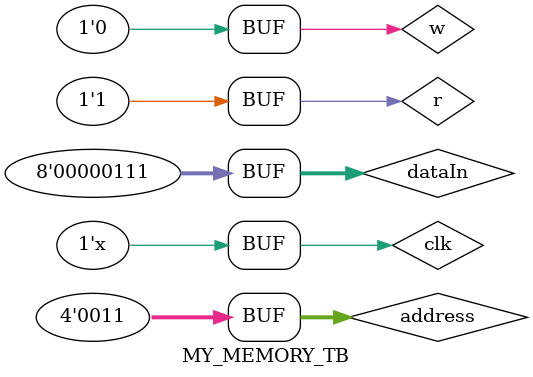
<source format=v>
module MY_MEMORY_TB;

    // Testbench signals
    reg clk;
    reg w;
    reg r;
    reg [7:0] dataIn;
    reg [3:0] address;
    wire [7:0] dataOut;

    // Instantiate the MY_MEMORY module
    MY_MEMORY uut (
        .clk(clk),
        .w(w),
        .r(r),
        .address(address),
        .dataIn(dataIn),
        .dataOut(dataOut)
    );

    // Clock generation
    always #5 clk = ~clk;  // 10 time unit period clock

    initial begin
        // Initialize signals
        clk = 0;
        w = 0;
        r = 0;
        dataIn = 8'd0;
        address = 4'd0;

        // Test case 1: Write to memory
        #10;
        address = 4'd3;
        dataIn = 8'h03;
        w = 1;
        #10;
        w = 0;

        // Test case 2: Read from memory
        #10;
        address = 4'd7;
        dataIn = 8'h07;
        w = 1;
        #10;
        w=0;
        r = 1;

        // Test case 3: Write to another address
        #10;
        address = 4'd7;

        // Test case 4: Read from another address
        #10;
        address = 4'd3;



    end

    // Monitor the signals
    initial begin
        $monitor("Time: %d, clk: %b, w: %b, r: %b, address: %d, dataIn: %h, dataOut: %h",
                 $time, clk, w, r, address, dataIn, dataOut);
    end

endmodule

</source>
